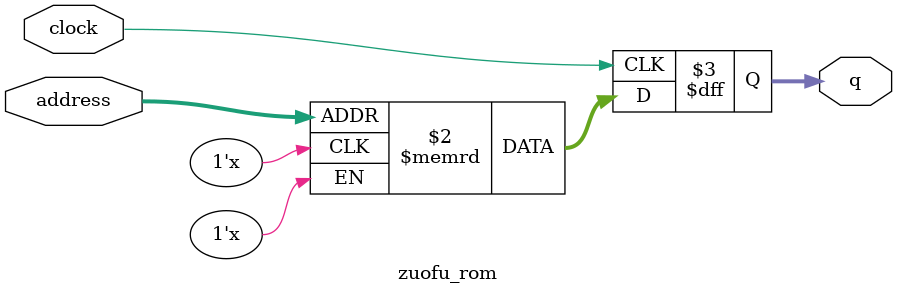
<source format=sv>
module zuofu_rom (
	input logic clock,
	input logic [18:0] address,
	output logic [3:0] q
);

logic [3:0] memory [0:307199] /* synthesis ram_init_file = "./zuofu/zuofu.COE" */;

always_ff @ (posedge clock) begin
	q <= memory[address];
end

endmodule

</source>
